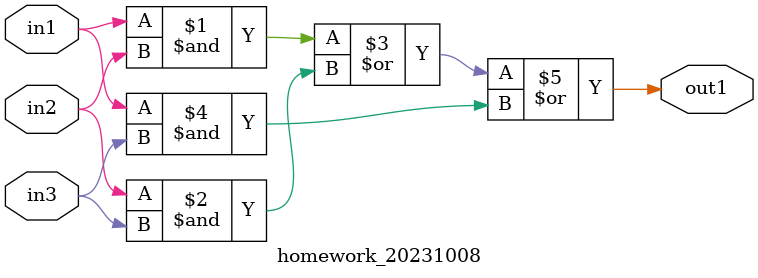
<source format=v>
`timescale 1ns / 1ps


module homework_20231008(
    input in1,in2,in3,
    output out1);
    assign out1=(in1&in2)|(in2&in3)|(in1&in3);
endmodule

</source>
